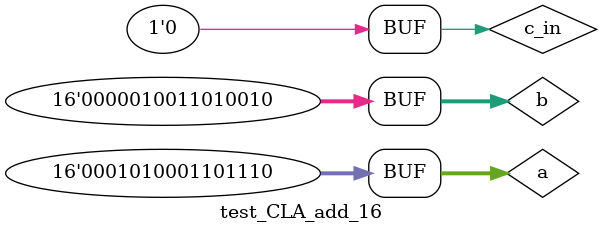
<source format=v>
`timescale 1ps / 1ps
module test_CLA_add_16;

wire [15:0] sum;
wire c_out;
reg [15:0] a,b;
reg c_in;
CLA_add_16 cla_adder(sum, c_out, a, b, c_in);

initial	// Test stimulus
  begin
    #10 a = 16'b0000111010111100; b = 16'b0000111010100100; c_in = 1'b0; //0x0EBC + 0x0EA4 = 0x1D60
		#10 a = 16'b0000101010101000; b = 16'b0001010110100100; c_in = 1'b0; //0x0AA8 + 0x15A4 = 0x204C
		#10 a = 16'b0001010001101110; b = 16'b0000010011010010; c_in = 1'b0; //0x146E + 0x04D2 = 0x1940
  end

endmodule 
</source>
